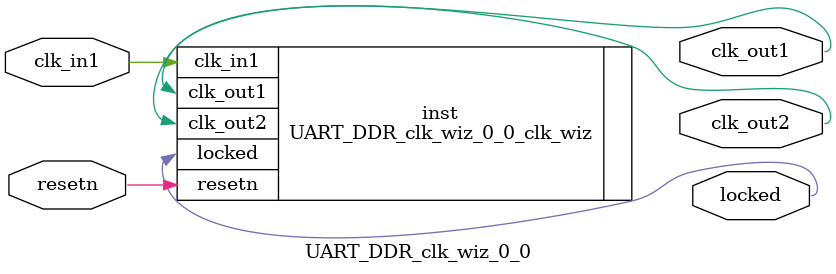
<source format=v>


`timescale 1ps/1ps

(* CORE_GENERATION_INFO = "UART_DDR_clk_wiz_0_0,clk_wiz_v6_0_9_0_0,{component_name=UART_DDR_clk_wiz_0_0,use_phase_alignment=true,use_min_o_jitter=false,use_max_i_jitter=false,use_dyn_phase_shift=false,use_inclk_switchover=false,use_dyn_reconfig=false,enable_axi=0,feedback_source=FDBK_AUTO,PRIMITIVE=MMCM,num_out_clk=2,clkin1_period=10.000,clkin2_period=10.000,use_power_down=false,use_reset=true,use_locked=true,use_inclk_stopped=false,feedback_type=SINGLE,CLOCK_MGR_TYPE=NA,manual_override=false}" *)

module UART_DDR_clk_wiz_0_0 
 (
  // Clock out ports
  output        clk_out1,
  output        clk_out2,
  // Status and control signals
  input         resetn,
  output        locked,
 // Clock in ports
  input         clk_in1
 );

  UART_DDR_clk_wiz_0_0_clk_wiz inst
  (
  // Clock out ports  
  .clk_out1(clk_out1),
  .clk_out2(clk_out2),
  // Status and control signals               
  .resetn(resetn), 
  .locked(locked),
 // Clock in ports
  .clk_in1(clk_in1)
  );

endmodule

</source>
